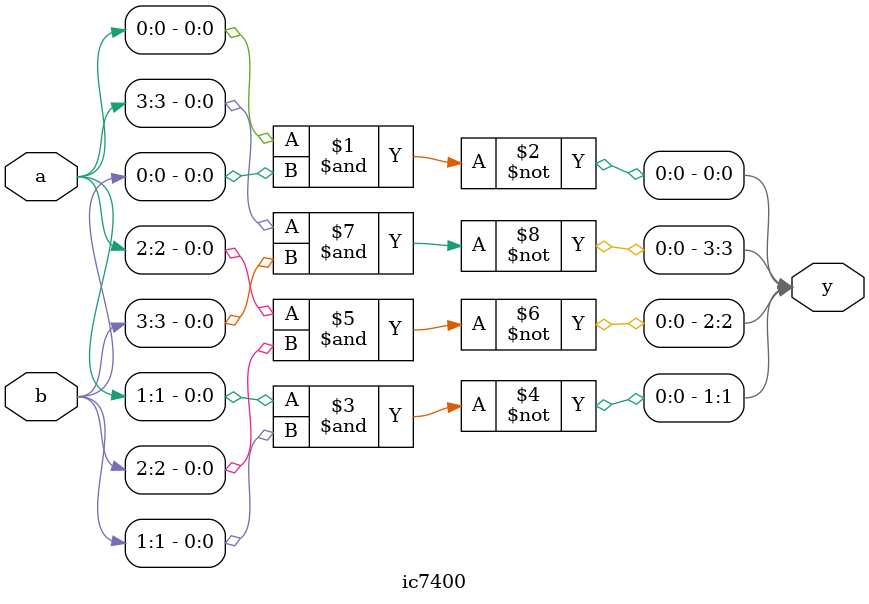
<source format=v>

module ic7400(a, b, y);
    input   [3:0] a;
    input   [3:0] b;
    output  [3:0] y;
    
    assign #5 y[0] = ~(a[0] & b[0]);
    assign #5 y[1] = ~(a[1] & b[1]);
    assign #5 y[2] = ~(a[2] & b[2]);
    assign #5 y[3] = ~(a[3] & b[3]);
    
endmodule

</source>
